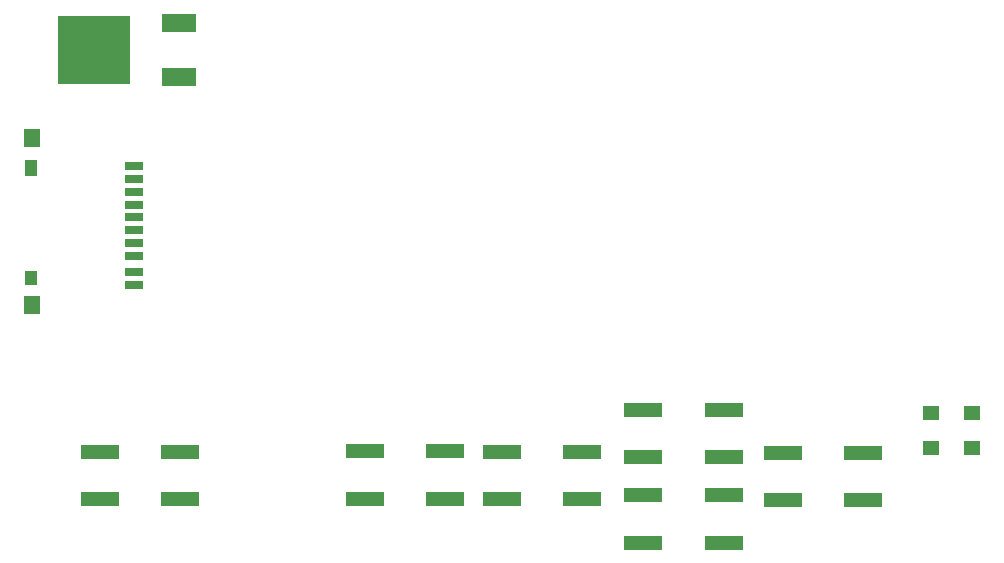
<source format=gtp>
G75*
G70*
%OFA0B0*%
%FSLAX24Y24*%
%IPPOS*%
%LPD*%
%AMOC8*
5,1,8,0,0,1.08239X$1,22.5*
%
%ADD10R,0.1260X0.0472*%
%ADD11R,0.2441X0.2283*%
%ADD12R,0.1181X0.0630*%
%ADD13R,0.0531X0.0591*%
%ADD14R,0.0394X0.0551*%
%ADD15R,0.0394X0.0512*%
%ADD16R,0.0591X0.0295*%
%ADD17R,0.0551X0.0472*%
D10*
X006690Y002812D03*
X006690Y004387D03*
X009367Y004387D03*
X009367Y002812D03*
X015525Y002816D03*
X015525Y004391D03*
X018202Y004391D03*
X018202Y002816D03*
X020100Y002812D03*
X020100Y004387D03*
X022777Y004387D03*
X022777Y002812D03*
X024820Y002932D03*
X024820Y004212D03*
X024820Y005787D03*
X027497Y005787D03*
X029470Y004338D03*
X027497Y004212D03*
X027497Y002932D03*
X029470Y002763D03*
X027497Y001357D03*
X024820Y001357D03*
X032147Y002763D03*
X032147Y004338D03*
D11*
X006502Y017774D03*
D12*
X009329Y018672D03*
X009329Y016876D03*
D13*
X004436Y014829D03*
X004456Y009258D03*
D14*
X004397Y013835D03*
D15*
X004397Y010164D03*
D16*
X007851Y010380D03*
X007851Y010892D03*
X007851Y011325D03*
X007851Y011758D03*
X007851Y012191D03*
X007851Y012624D03*
X007851Y013057D03*
X007851Y013490D03*
X007851Y013924D03*
X007851Y009947D03*
D17*
X034409Y005690D03*
X035784Y005690D03*
X035784Y004509D03*
X034409Y004509D03*
M02*

</source>
